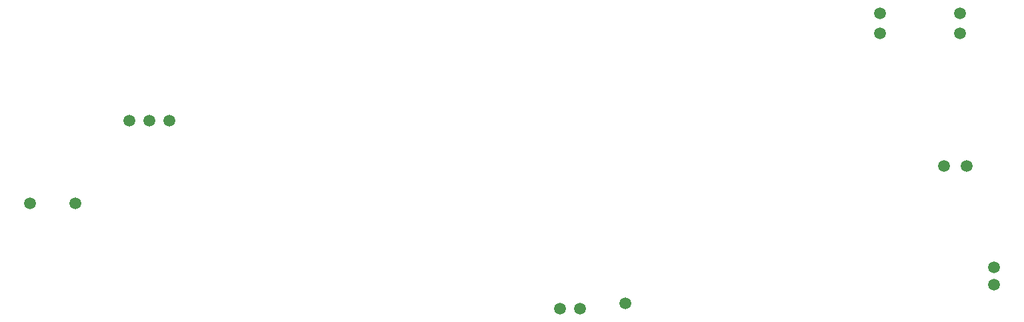
<source format=gbr>
G04 DipTrace 2.4.0.2*
%INBottomPaste.gbr*%
%MOIN*%
%ADD52C,0.0591*%
%FSLAX44Y44*%
G04*
G70*
G90*
G75*
G01*
%LNBotPaste*%
%LPD*%
D52*
X7937Y12625D3*
X8937D3*
X9937D3*
X51187Y5312D3*
X45500Y17000D3*
Y18000D3*
X51187Y4437D3*
X49500Y17000D3*
Y18000D3*
X48687Y10375D3*
X49812D3*
X30500Y3250D3*
X29500D3*
X3000Y8500D3*
X5250D3*
X32750Y3500D3*
M02*

</source>
